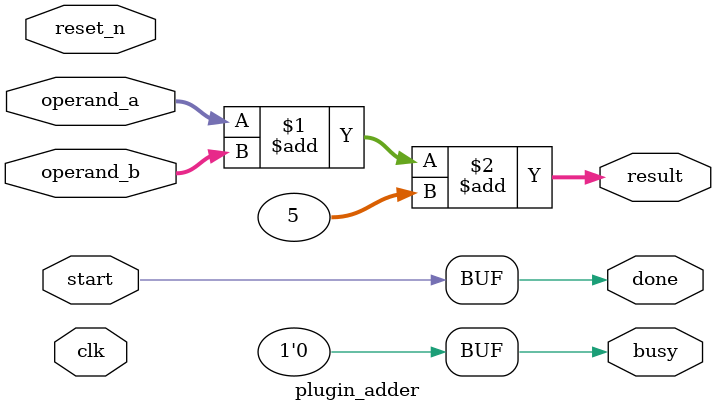
<source format=sv>
/*!\file plugin_adder.sv
 * RS5 Plugin - Hardware Accelerator for Addition
 *
 * Distribution: October 2025
 *
 * João Carlos Brito Filho
 * Implementation of a 32-bit addition coprocessor plugin for RS5
 *
 * \brief
 * Hardware accelerator plugin that performs 32-bit addition A + B + 5
 *
 * \detailed
 * This module implements a simple single-cycle coprocessor that:
 * - Receives two 32-bit operands (operand_a, operand_b)
 * - Performs addition operation: operand_a + operand_b + 5
 * - Provides immediate result (combinational logic)
 * - Single-cycle operation for RISC-V pipeline compatibility
 */

`include "RS5_pkg.sv"

module plugin_adder (
    input  logic        clk,
    input  logic        reset_n,
    input  logic        start,
    input  logic [31:0] operand_a,
    input  logic [31:0] operand_b,
    output logic [31:0] result,
    output logic        busy,
    output logic        done
);

    // Simple combinational logic - single cycle operation
    // Performs A + B + 5 as specified
    assign result = operand_a + operand_b + 32'd5;
    
    // For single-cycle operation:
    // - never busy (always ready)
    // - done when start is asserted (immediate completion)
    assign busy = 1'b0;
    assign done = start;

endmodule
</source>
